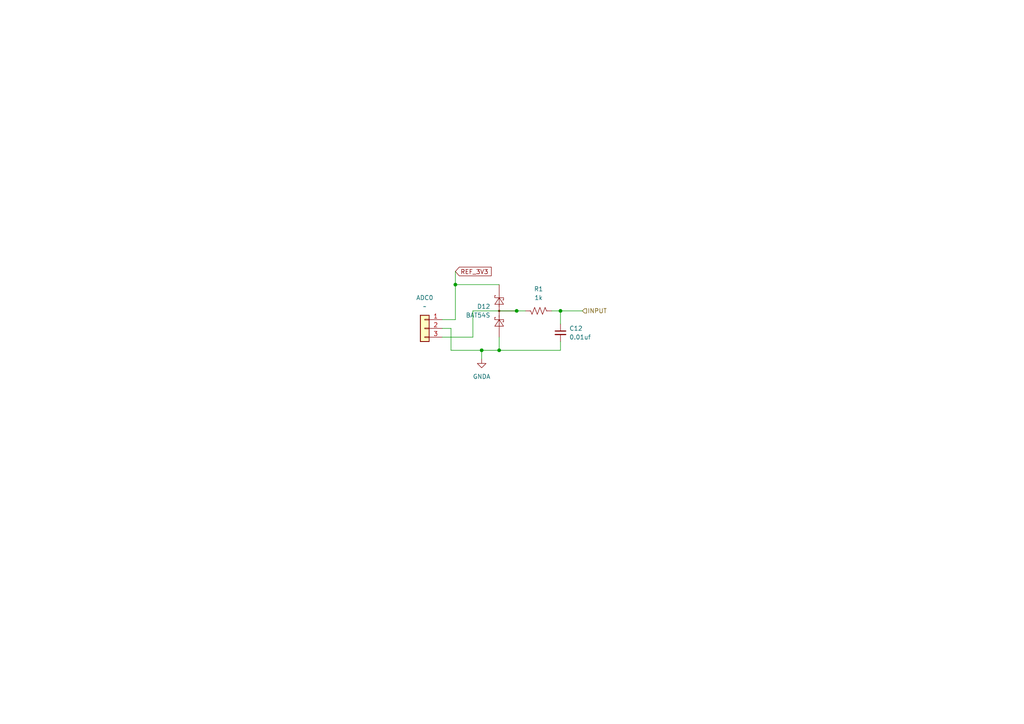
<source format=kicad_sch>
(kicad_sch (version 20230121) (generator eeschema)
  (paper "A4")
  (lib_symbols
    (symbol "Connector_Generic:Conn_01x03" (pin_names (offset 1.016) hide)
      (property "Reference" "J" (at 0 5.08 0))
      (property "Value" "Conn_01x03" (at 0 -5.08 0))
      (symbol "Conn_01x03_1_1"
        (rectangle (start -1.27 -2.413) (end 0 -2.667) (stroke (width 0.1524)))
        (rectangle (start -1.27 0.127) (end 0 -0.127) (stroke (width 0.1524)))
        (rectangle (start -1.27 2.667) (end 0 2.413) (stroke (width 0.1524)))
        (rectangle (start -1.27 3.81) (end 1.27 -3.81) (stroke (width 0.254)) (fill (type background)))
        (pin passive line (at -5.08 2.54 0) (length 3.81) (name "Pin_1") (number "1"))
        (pin passive line (at -5.08 0 0) (length 3.81) (name "Pin_2") (number "2"))
        (pin passive line (at -5.08 -2.54 0) (length 3.81) (name "Pin_3") (number "3"))
      )
    )
    (symbol "Device:C_Small" (pin_numbers hide) (pin_names (offset 0.254) hide)
      (property "Reference" "C" (at 0.254 1.778 0))
      (property "Value" "C_Small" (at 0.254 -2.032 0))
      (symbol "C_Small_0_1"
        (polyline (pts (xy -1.524 -0.508) (xy 1.524 -0.508)) (stroke (width 0.3302)))
        (polyline (pts (xy -1.524 0.508) (xy 1.524 0.508)) (stroke (width 0.3048)))
      )
      (symbol "C_Small_1_1"
        (pin passive line (at 0 2.54 270) (length 2.032) (name "~") (number "1"))
        (pin passive line (at 0 -2.54 90) (length 2.032) (name "~") (number "2"))
      )
    )
    (symbol "Device:R_US" (pin_numbers hide) (pin_names (offset 0))
      (property "Reference" "R" (at 2.54 0 90))
      (property "Value" "R_US" (at -2.54 0 90))
      (symbol "R_US_0_1"
        (polyline (pts (xy 0 -2.286) (xy 0 -2.54)))
        (polyline (pts (xy 0 2.286) (xy 0 2.54)))
        (polyline (pts (xy 0 -0.762) (xy 1.016 -1.143) (xy 0 -1.524) (xy -1.016 -1.905) (xy 0 -2.286)))
        (polyline (pts (xy 0 0.762) (xy 1.016 0.381) (xy 0 0) (xy -1.016 -0.381) (xy 0 -0.762)))
        (polyline (pts (xy 0 2.286) (xy 1.016 1.905) (xy 0 1.524) (xy -1.016 1.143) (xy 0 0.762)))
      )
      (symbol "R_US_1_1"
        (pin passive line (at 0 3.81 270) (length 1.27) (name "~") (number "1"))
        (pin passive line (at 0 -3.81 90) (length 1.27) (name "~") (number "2"))
      )
    )
    (symbol "Diode:BAT54S" (pin_numbers hide) (pin_names (offset 0) hide)
      (property "Reference" "D" (at 2.54 -5.08 0))
      (property "Value" "BAT54S" (at -6.35 3.175 0))
      (symbol "BAT54S_0_1"
        (polyline (pts (xy -3.81 0) (xy -1.27 0)))
        (polyline (pts (xy -3.175 -1.27) (xy -3.175 -1.016)))
        (polyline (pts (xy -2.54 -1.27) (xy -3.175 -1.27)))
        (polyline (pts (xy -2.54 -1.27) (xy -2.54 1.27)))
        (polyline (pts (xy -2.54 1.27) (xy -1.905 1.27)))
        (polyline (pts (xy -1.905 0) (xy 1.905 0)))
        (polyline (pts (xy -1.905 1.27) (xy -1.905 1.016)))
        (polyline (pts (xy 1.27 0) (xy 3.81 0)))
        (polyline (pts (xy 3.175 -1.27) (xy 3.175 -1.016)))
        (polyline (pts (xy 3.81 -1.27) (xy 3.175 -1.27)))
        (polyline (pts (xy 3.81 -1.27) (xy 3.81 1.27)))
        (polyline (pts (xy 3.81 1.27) (xy 4.445 1.27)))
        (polyline (pts (xy 4.445 1.27) (xy 4.445 1.016)))
        (polyline (pts (xy -4.445 1.27) (xy -4.445 -1.27) (xy -2.54 0) (xy -4.445 1.27)))
        (polyline (pts (xy 1.905 1.27) (xy 1.905 -1.27) (xy 3.81 0) (xy 1.905 1.27)))
        (circle (center 0 0) (radius 0.254) (fill (type outline)))
      )
      (symbol "BAT54S_1_1"
        (pin passive line (at -7.62 0 0) (length 3.81) (name "A") (number "1"))
        (pin passive line (at 7.62 0 180) (length 3.81) (name "K") (number "2"))
        (pin passive line (at 0 -5.08 90) (length 5.08) (name "COM") (number "3"))
      )
    )
    (symbol "power:GNDA" (power) (pin_names (offset 0))
      (property "Value" "GNDA" (at 0 -3.81 0))
      (symbol "GNDA_0_1"
        (polyline (pts (xy 0 0) (xy 0 -1.27) (xy 1.27 -1.27) (xy 0 -2.54) (xy -1.27 -1.27) (xy 0 -1.27)))
      )
      (symbol "GNDA_1_1"
        (pin power_in line (at 0 0 270) (length 0) hide (name "GNDA") (number "1"))
      )
    )
  )
  (junction (at 144.78 101.6))
  (junction (at 132.08 82.55))
  (junction (at 149.86 90.17))
  (junction (at 162.56 90.17))
  (junction (at 139.7 101.6))
  (wire (pts (xy 152.4 90.17) (xy 149.86 90.17)))
  (wire (pts (xy 162.56 90.17) (xy 160.02 90.17)))
  (wire (pts (xy 139.7 104.14) (xy 139.7 101.6)))
  (wire (pts (xy 128.27 92.71) (xy 132.08 92.71)))
  (wire (pts (xy 162.56 90.17) (xy 162.56 93.98)))
  (wire (pts (xy 137.16 90.17) (xy 149.86 90.17)))
  (wire (pts (xy 132.08 82.55) (xy 132.08 92.71)))
  (wire (pts (xy 132.08 82.55) (xy 144.78 82.55)))
  (wire (pts (xy 162.56 101.6) (xy 162.56 99.06)))
  (wire (pts (xy 139.7 101.6) (xy 144.78 101.6)))
  (wire (pts (xy 130.81 101.6) (xy 139.7 101.6)))
  (wire (pts (xy 130.81 95.25) (xy 130.81 101.6)))
  (wire (pts (xy 137.16 97.79) (xy 137.16 90.17)))
  (wire (pts (xy 132.08 78.74) (xy 132.08 82.55)))
  (wire (pts (xy 144.78 97.79) (xy 144.78 101.6)))
  (wire (pts (xy 168.91 90.17) (xy 162.56 90.17)))
  (wire (pts (xy 128.27 95.25) (xy 130.81 95.25)))
  (wire (pts (xy 144.78 101.6) (xy 162.56 101.6)))
  (wire (pts (xy 128.27 97.79) (xy 137.16 97.79)))
  (global_label "REF_3V3" (shape input) (at 132.08 78.74 0) (property "Intersheetrefs" "${INTERSHEET_REFS}" (effects hide)))
  (hierarchical_label "INPUT" (shape input) (at 168.91 90.17 0))
  (symbol (lib_id "Diode:BAT54S") (at 144.78 90.17 90) (unit 1)
    (property "Reference" "D12" (at 142.24 88.9 90) (effects (justify left)))
    (property "Value" "BAT54S" (at 142.24 91.44 90) (effects (justify left)))
    (property "Footprint" "Package_TO_SOT_SMD:SOT-23" (effects hide))
    (property "Datasheet" "https://www.diodes.com/assets/Datasheets/ds11005.pdf" (effects hide))
    (instances (project "rgb-input" (path "" (reference "D12") (unit 1)) (path "" (reference "D11") (unit 1)) (path "" (reference "D13") (unit 1)) (path "" (reference "D14") (unit 1)) (path "" (reference "D15") (unit 1)) (path "" (reference "D16") (unit 1)) (path "" (reference "D17") (unit 1)) (path "" (reference "D18") (unit 1))))
  )
  (symbol (lib_id "power:GNDA") (at 139.7 104.14 0) (unit 1)
    (property "Reference" "#PWR032" (effects hide))
    (property "Value" "GNDA" (at 139.7 109.22 0))
    (instances (project "rgb-input" (path "" (reference "#PWR032") (unit 1)) (path "" (reference "#PWR027") (unit 1)) (path "" (reference "#PWR030") (unit 1)) (path "" (reference "#PWR034") (unit 1)) (path "" (reference "#PWR036") (unit 1)) (path "" (reference "#PWR038") (unit 1)) (path "" (reference "#PWR040") (unit 1)) (path "" (reference "#PWR042") (unit 1))))
  )
  (symbol (lib_id "Device:R_US") (at 156.21 90.17 90) (mirror x) (unit 1)
    (property "Reference" "R1" (at 156.21 83.82 90))
    (property "Value" "1k" (at 156.21 86.36 90))
    (property "Footprint" "Resistor_SMD:R_0805_2012Metric" (effects hide))
    (instances (project "rgb-input" (path "" (reference "R1") (unit 1)) (path "" (reference "R26") (unit 1)) (path "" (reference "R25") (unit 1)) (path "" (reference "R24") (unit 1)) (path "" (reference "R23") (unit 1)) (path "" (reference "R22") (unit 1)) (path "" (reference "R21") (unit 1)) (path "" (reference "R20") (unit 1)) (path "" (reference "R17") (unit 1)) (path "" (reference "R19") (unit 1)) (path "" (reference "R15") (unit 1)) (path "" (reference "R13") (unit 1)) (path "" (reference "R11") (unit 1)) (path "" (reference "R9") (unit 1)) (path "" (reference "R7") (unit 1)) (path "" (reference "R5") (unit 1)) (path "" (reference "R3") (unit 1))))
  )
  (symbol (lib_id "Connector_Generic:Conn_01x03") (at 123.19 95.25 0) (mirror y) (unit 1)
    (property "Reference" "ADC0" (at 123.19 86.36 0))
    (property "Value" "~" (at 123.19 88.9 0))
    (property "Footprint" "Connector_JST:JST_PH_B3B-PH-K_1x03_P2.00mm_Vertical" (effects hide))
    (instances (project "rgb-input" (path "" (reference "ADC0") (unit 1)) (path "" (reference "ADC1") (unit 1)) (path "" (reference "ADC2") (unit 1)) (path "" (reference "ADC3") (unit 1)) (path "" (reference "ADC4") (unit 1)) (path "" (reference "ADC5") (unit 1)) (path "" (reference "ADC6") (unit 1)) (path "" (reference "ADC7") (unit 1))))
  )
  (symbol (lib_id "Device:C_Small") (at 162.56 96.52 0) (unit 1)
    (property "Reference" "C12" (at 165.1 95.2563 0) (effects (justify left)))
    (property "Value" "0.01uf" (at 165.1 97.7963 0) (effects (justify left)))
    (property "Footprint" "Capacitor_SMD:C_0805_2012Metric" (effects hide))
    (instances (project "rgb-input" (path "" (reference "C12") (unit 1)) (path "" (reference "C4") (unit 1)) (path "" (reference "C5") (unit 1)) (path "" (reference "C6") (unit 1)) (path "" (reference "C7") (unit 1)) (path "" (reference "C8") (unit 1)) (path "" (reference "C9") (unit 1)) (path "" (reference "C10") (unit 1)) (path "" (reference "C3") (unit 1)) (path "" (reference "C11") (unit 1)) (path "" (reference "C13") (unit 1)) (path "" (reference "C14") (unit 1)) (path "" (reference "C15") (unit 1)) (path "" (reference "C16") (unit 1)) (path "" (reference "C17") (unit 1)) (path "" (reference "C18") (unit 1)) (path "" (reference "C19") (unit 1))))
  )
)
</source>
